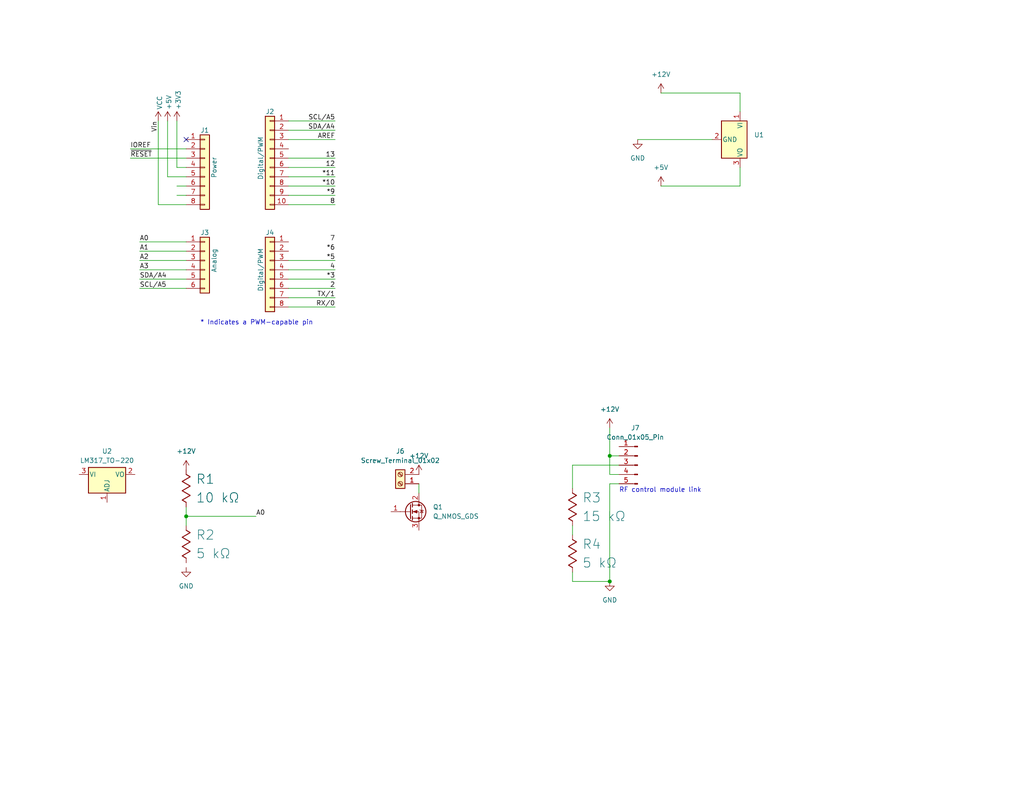
<source format=kicad_sch>
(kicad_sch (version 20230121) (generator eeschema)
  (paper "USLetter")
  (title_block (title "Windhsield Heater Controller") (date "2024-01-25") (rev "0") (company "ME692"))
  (lib_symbols
    (symbol "+5V_1" (power) (pin_names (offset 0))
      (property "Value" "+5V_1" (at 0 3.556 0))
      (symbol "+5V_1_0_1"
        (polyline (pts (xy -0.762 1.27) (xy 0 2.54)))
        (polyline (pts (xy 0 0) (xy 0 2.54)))
        (polyline (pts (xy 0 2.54) (xy 0.762 1.27)))
      )
      (symbol "+5V_1_1_1"
        (pin power_in line (at 0 0 90) (length 0) hide (name "+5V") (number "1"))
      )
    )
    (symbol "Connector:Conn_01x05_Pin" (pin_names (offset 1.016) hide)
      (property "Reference" "J" (at 0 7.62 0))
      (property "Value" "Conn_01x05_Pin" (at 0 -7.62 0))
      (symbol "Conn_01x05_Pin_1_1"
        (polyline (pts (xy 1.27 -5.08) (xy 0.8636 -5.08)) (stroke (width 0.1524)))
        (polyline (pts (xy 1.27 -2.54) (xy 0.8636 -2.54)) (stroke (width 0.1524)))
        (polyline (pts (xy 1.27 0) (xy 0.8636 0)) (stroke (width 0.1524)))
        (polyline (pts (xy 1.27 2.54) (xy 0.8636 2.54)) (stroke (width 0.1524)))
        (polyline (pts (xy 1.27 5.08) (xy 0.8636 5.08)) (stroke (width 0.1524)))
        (rectangle (start 0.8636 -4.953) (end 0 -5.207) (stroke (width 0.1524)) (fill (type outline)))
        (rectangle (start 0.8636 -2.413) (end 0 -2.667) (stroke (width 0.1524)) (fill (type outline)))
        (rectangle (start 0.8636 0.127) (end 0 -0.127) (stroke (width 0.1524)) (fill (type outline)))
        (rectangle (start 0.8636 2.667) (end 0 2.413) (stroke (width 0.1524)) (fill (type outline)))
        (rectangle (start 0.8636 5.207) (end 0 4.953) (stroke (width 0.1524)) (fill (type outline)))
        (pin passive line (at 5.08 5.08 180) (length 3.81) (name "Pin_1") (number "1"))
        (pin passive line (at 5.08 2.54 180) (length 3.81) (name "Pin_2") (number "2"))
        (pin passive line (at 5.08 0 180) (length 3.81) (name "Pin_3") (number "3"))
        (pin passive line (at 5.08 -2.54 180) (length 3.81) (name "Pin_4") (number "4"))
        (pin passive line (at 5.08 -5.08 180) (length 3.81) (name "Pin_5") (number "5"))
      )
    )
    (symbol "Connector:Screw_Terminal_01x02" (pin_names (offset 1.016) hide)
      (property "Reference" "J" (at 0 2.54 0))
      (property "Value" "Screw_Terminal_01x02" (at 0 -5.08 0))
      (symbol "Screw_Terminal_01x02_1_1"
        (rectangle (start -1.27 1.27) (end 1.27 -3.81) (stroke (width 0.254)) (fill (type background)))
        (circle (center 0 -2.54) (radius 0.635) (stroke (width 0.1524)))
        (polyline (pts (xy -0.5334 -2.2098) (xy 0.3302 -3.048)) (stroke (width 0.1524)))
        (polyline (pts (xy -0.5334 0.3302) (xy 0.3302 -0.508)) (stroke (width 0.1524)))
        (polyline (pts (xy -0.3556 -2.032) (xy 0.508 -2.8702)) (stroke (width 0.1524)))
        (polyline (pts (xy -0.3556 0.508) (xy 0.508 -0.3302)) (stroke (width 0.1524)))
        (circle (center 0 0) (radius 0.635) (stroke (width 0.1524)))
        (pin passive line (at -5.08 0 0) (length 3.81) (name "Pin_1") (number "1"))
        (pin passive line (at -5.08 -2.54 0) (length 3.81) (name "Pin_2") (number "2"))
      )
    )
    (symbol "Connector_Generic:Conn_01x06" (pin_names (offset 1.016) hide)
      (property "Reference" "J" (at 0 7.62 0))
      (property "Value" "Conn_01x06" (at 0 -10.16 0))
      (symbol "Conn_01x06_1_1"
        (rectangle (start -1.27 -7.493) (end 0 -7.747) (stroke (width 0.1524)))
        (rectangle (start -1.27 -4.953) (end 0 -5.207) (stroke (width 0.1524)))
        (rectangle (start -1.27 -2.413) (end 0 -2.667) (stroke (width 0.1524)))
        (rectangle (start -1.27 0.127) (end 0 -0.127) (stroke (width 0.1524)))
        (rectangle (start -1.27 2.667) (end 0 2.413) (stroke (width 0.1524)))
        (rectangle (start -1.27 5.207) (end 0 4.953) (stroke (width 0.1524)))
        (rectangle (start -1.27 6.35) (end 1.27 -8.89) (stroke (width 0.254)) (fill (type background)))
        (pin passive line (at -5.08 5.08 0) (length 3.81) (name "Pin_1") (number "1"))
        (pin passive line (at -5.08 2.54 0) (length 3.81) (name "Pin_2") (number "2"))
        (pin passive line (at -5.08 0 0) (length 3.81) (name "Pin_3") (number "3"))
        (pin passive line (at -5.08 -2.54 0) (length 3.81) (name "Pin_4") (number "4"))
        (pin passive line (at -5.08 -5.08 0) (length 3.81) (name "Pin_5") (number "5"))
        (pin passive line (at -5.08 -7.62 0) (length 3.81) (name "Pin_6") (number "6"))
      )
    )
    (symbol "Connector_Generic:Conn_01x08" (pin_names (offset 1.016) hide)
      (property "Reference" "J" (at 0 10.16 0))
      (property "Value" "Conn_01x08" (at 0 -12.7 0))
      (symbol "Conn_01x08_1_1"
        (rectangle (start -1.27 -10.033) (end 0 -10.287) (stroke (width 0.1524)))
        (rectangle (start -1.27 -7.493) (end 0 -7.747) (stroke (width 0.1524)))
        (rectangle (start -1.27 -4.953) (end 0 -5.207) (stroke (width 0.1524)))
        (rectangle (start -1.27 -2.413) (end 0 -2.667) (stroke (width 0.1524)))
        (rectangle (start -1.27 0.127) (end 0 -0.127) (stroke (width 0.1524)))
        (rectangle (start -1.27 2.667) (end 0 2.413) (stroke (width 0.1524)))
        (rectangle (start -1.27 5.207) (end 0 4.953) (stroke (width 0.1524)))
        (rectangle (start -1.27 7.747) (end 0 7.493) (stroke (width 0.1524)))
        (rectangle (start -1.27 8.89) (end 1.27 -11.43) (stroke (width 0.254)) (fill (type background)))
        (pin passive line (at -5.08 7.62 0) (length 3.81) (name "Pin_1") (number "1"))
        (pin passive line (at -5.08 5.08 0) (length 3.81) (name "Pin_2") (number "2"))
        (pin passive line (at -5.08 2.54 0) (length 3.81) (name "Pin_3") (number "3"))
        (pin passive line (at -5.08 0 0) (length 3.81) (name "Pin_4") (number "4"))
        (pin passive line (at -5.08 -2.54 0) (length 3.81) (name "Pin_5") (number "5"))
        (pin passive line (at -5.08 -5.08 0) (length 3.81) (name "Pin_6") (number "6"))
        (pin passive line (at -5.08 -7.62 0) (length 3.81) (name "Pin_7") (number "7"))
        (pin passive line (at -5.08 -10.16 0) (length 3.81) (name "Pin_8") (number "8"))
      )
    )
    (symbol "Connector_Generic:Conn_01x10" (pin_names (offset 1.016) hide)
      (property "Reference" "J" (at 0 12.7 0))
      (property "Value" "Conn_01x10" (at 0 -15.24 0))
      (symbol "Conn_01x10_1_1"
        (rectangle (start -1.27 -12.573) (end 0 -12.827) (stroke (width 0.1524)))
        (rectangle (start -1.27 -10.033) (end 0 -10.287) (stroke (width 0.1524)))
        (rectangle (start -1.27 -7.493) (end 0 -7.747) (stroke (width 0.1524)))
        (rectangle (start -1.27 -4.953) (end 0 -5.207) (stroke (width 0.1524)))
        (rectangle (start -1.27 -2.413) (end 0 -2.667) (stroke (width 0.1524)))
        (rectangle (start -1.27 0.127) (end 0 -0.127) (stroke (width 0.1524)))
        (rectangle (start -1.27 2.667) (end 0 2.413) (stroke (width 0.1524)))
        (rectangle (start -1.27 5.207) (end 0 4.953) (stroke (width 0.1524)))
        (rectangle (start -1.27 7.747) (end 0 7.493) (stroke (width 0.1524)))
        (rectangle (start -1.27 10.287) (end 0 10.033) (stroke (width 0.1524)))
        (rectangle (start -1.27 11.43) (end 1.27 -13.97) (stroke (width 0.254)) (fill (type background)))
        (pin passive line (at -5.08 10.16 0) (length 3.81) (name "Pin_1") (number "1"))
        (pin passive line (at -5.08 -12.7 0) (length 3.81) (name "Pin_10") (number "10"))
        (pin passive line (at -5.08 7.62 0) (length 3.81) (name "Pin_2") (number "2"))
        (pin passive line (at -5.08 5.08 0) (length 3.81) (name "Pin_3") (number "3"))
        (pin passive line (at -5.08 2.54 0) (length 3.81) (name "Pin_4") (number "4"))
        (pin passive line (at -5.08 0 0) (length 3.81) (name "Pin_5") (number "5"))
        (pin passive line (at -5.08 -2.54 0) (length 3.81) (name "Pin_6") (number "6"))
        (pin passive line (at -5.08 -5.08 0) (length 3.81) (name "Pin_7") (number "7"))
        (pin passive line (at -5.08 -7.62 0) (length 3.81) (name "Pin_8") (number "8"))
        (pin passive line (at -5.08 -10.16 0) (length 3.81) (name "Pin_9") (number "9"))
      )
    )
    (symbol "Device:Q_NMOS_GDS" (pin_names (offset 0) hide)
      (property "Reference" "Q" (at 5.08 1.27 0))
      (property "Value" "Q_NMOS_GDS" (at 5.08 -1.27 0))
      (symbol "Q_NMOS_GDS_0_1"
        (polyline (pts (xy 0.254 0) (xy -2.54 0)))
        (polyline (pts (xy 0.254 1.905) (xy 0.254 -1.905)) (stroke (width 0.254)))
        (polyline (pts (xy 0.762 -1.27) (xy 0.762 -2.286)) (stroke (width 0.254)))
        (polyline (pts (xy 0.762 0.508) (xy 0.762 -0.508)) (stroke (width 0.254)))
        (polyline (pts (xy 0.762 2.286) (xy 0.762 1.27)) (stroke (width 0.254)))
        (polyline (pts (xy 2.54 2.54) (xy 2.54 1.778)))
        (polyline (pts (xy 2.54 -2.54) (xy 2.54 0) (xy 0.762 0)))
        (polyline (pts (xy 0.762 -1.778) (xy 3.302 -1.778) (xy 3.302 1.778) (xy 0.762 1.778)))
        (polyline (pts (xy 1.016 0) (xy 2.032 0.381) (xy 2.032 -0.381) (xy 1.016 0)) (fill (type outline)))
        (polyline (pts (xy 2.794 0.508) (xy 2.921 0.381) (xy 3.683 0.381) (xy 3.81 0.254)))
        (polyline (pts (xy 3.302 0.381) (xy 2.921 -0.254) (xy 3.683 -0.254) (xy 3.302 0.381)))
        (circle (center 1.651 0) (radius 2.794) (stroke (width 0.254)))
        (circle (center 2.54 -1.778) (radius 0.254) (fill (type outline)))
        (circle (center 2.54 1.778) (radius 0.254) (fill (type outline)))
      )
      (symbol "Q_NMOS_GDS_1_1"
        (pin input line (at -5.08 0 0) (length 2.54) (name "G") (number "1"))
        (pin passive line (at 2.54 5.08 270) (length 2.54) (name "D") (number "2"))
        (pin passive line (at 2.54 -5.08 90) (length 2.54) (name "S") (number "3"))
      )
    )
    (symbol "GND_1" (power) (pin_names (offset 0))
      (property "Value" "GND_1" (at 0 -3.81 0))
      (symbol "GND_1_0_1"
        (polyline (pts (xy 0 0) (xy 0 -1.27) (xy 1.27 -1.27) (xy 0 -2.54) (xy -1.27 -1.27) (xy 0 -1.27)))
      )
      (symbol "GND_1_1_1"
        (pin power_in line (at 0 0 270) (length 0) hide (name "GND") (number "1"))
      )
    )
    (symbol "PCM_Generic:R,IEEE" (pin_numbers hide) (pin_names (offset 0) hide)
      (property "Reference" "R" (at 2.54 2.54 0))
      (property "Value" "R,IEEE" (at 2.54 -2.54 0))
      (symbol "R,IEEE_1_1"
        (polyline (pts (xy 0 3.81) (xy 1.0922 3.175) (xy -1.0922 1.905) (xy 1.0922 0.635) (xy -1.0922 -0.635) (xy 1.0922 -1.905) (xy -1.0922 -3.175) (xy 0 -3.81)) (stroke (width 0.254)))
        (pin passive line (at 0 5.08 270) (length 1.27) (name "+") (number "1"))
        (pin passive line (at 0 -5.08 90) (length 1.27) (name "-") (number "2"))
      )
    )
    (symbol "Regulator_Linear:LM317_TO-220" (pin_names (offset 0.254))
      (property "Reference" "U" (at -3.81 3.175 0))
      (property "Value" "LM317_TO-220" (at 0 3.175 0))
      (symbol "LM317_TO-220_0_1"
        (rectangle (start -5.08 1.905) (end 5.08 -5.08) (stroke (width 0.254)) (fill (type background)))
      )
      (symbol "LM317_TO-220_1_1"
        (pin input line (at 0 -7.62 90) (length 2.54) (name "ADJ") (number "1"))
        (pin power_out line (at 7.62 0 180) (length 2.54) (name "VO") (number "2"))
        (pin power_in line (at -7.62 0 0) (length 2.54) (name "VI") (number "3"))
      )
    )
    (symbol "Regulator_Linear:LM7805_TO220" (pin_names (offset 0.254))
      (property "Reference" "U" (at -3.81 3.175 0))
      (property "Value" "LM7805_TO220" (at 0 3.175 0))
      (symbol "LM7805_TO220_0_1"
        (rectangle (start -5.08 1.905) (end 5.08 -5.08) (stroke (width 0.254)) (fill (type background)))
      )
      (symbol "LM7805_TO220_1_1"
        (pin power_in line (at -7.62 0 0) (length 2.54) (name "VI") (number "1"))
        (pin power_in line (at 0 -7.62 90) (length 2.54) (name "GND") (number "2"))
        (pin power_out line (at 7.62 0 180) (length 2.54) (name "VO") (number "3"))
      )
    )
    (symbol "power:+12V" (power) (pin_names (offset 0))
      (property "Value" "+12V" (at 0 3.556 0))
      (symbol "+12V_0_1"
        (polyline (pts (xy -0.762 1.27) (xy 0 2.54)))
        (polyline (pts (xy 0 0) (xy 0 2.54)))
        (polyline (pts (xy 0 2.54) (xy 0.762 1.27)))
      )
      (symbol "+12V_1_1"
        (pin power_in line (at 0 0 90) (length 0) hide (name "+12V") (number "1"))
      )
    )
    (symbol "power:+3V3" (power) (pin_names (offset 0))
      (property "Value" "+3V3" (at 0 3.556 0))
      (symbol "+3V3_0_1"
        (polyline (pts (xy -0.762 1.27) (xy 0 2.54)))
        (polyline (pts (xy 0 0) (xy 0 2.54)))
        (polyline (pts (xy 0 2.54) (xy 0.762 1.27)))
      )
      (symbol "+3V3_1_1"
        (pin power_in line (at 0 0 90) (length 0) hide (name "+3V3") (number "1"))
      )
    )
    (symbol "power:+5V" (power) (pin_names (offset 0))
      (property "Value" "+5V" (at 0 3.556 0))
      (symbol "+5V_0_1"
        (polyline (pts (xy -0.762 1.27) (xy 0 2.54)))
        (polyline (pts (xy 0 0) (xy 0 2.54)))
        (polyline (pts (xy 0 2.54) (xy 0.762 1.27)))
      )
      (symbol "+5V_1_1"
        (pin power_in line (at 0 0 90) (length 0) hide (name "+5V") (number "1"))
      )
    )
    (symbol "power:GND" (power) (pin_names (offset 0))
      (property "Value" "GND" (at 0 -3.81 0))
      (symbol "GND_0_1"
        (polyline (pts (xy 0 0) (xy 0 -1.27) (xy 1.27 -1.27) (xy 0 -2.54) (xy -1.27 -1.27) (xy 0 -1.27)))
      )
      (symbol "GND_1_1"
        (pin power_in line (at 0 0 270) (length 0) hide (name "GND") (number "1"))
      )
    )
    (symbol "power:VCC" (power) (pin_names (offset 0))
      (property "Value" "VCC" (at 0 3.81 0))
      (symbol "VCC_0_1"
        (polyline (pts (xy -0.762 1.27) (xy 0 2.54)))
        (polyline (pts (xy 0 0) (xy 0 2.54)))
        (polyline (pts (xy 0 2.54) (xy 0.762 1.27)))
      )
      (symbol "VCC_1_1"
        (pin power_in line (at 0 0 90) (length 0) hide (name "VCC") (number "1"))
      )
    )
  )
  (junction (at 166.37 124.46))
  (junction (at 166.37 158.75))
  (junction (at 50.8 140.97))
  (no_connect (at 50.8 38.1))
  (wire (pts (xy 78.74 83.82) (xy 91.44 83.82)))
  (wire (pts (xy 173.99 38.1) (xy 194.31 38.1)))
  (wire (pts (xy 78.74 50.8) (xy 91.44 50.8)))
  (wire (pts (xy 38.1 73.66) (xy 50.8 73.66)))
  (wire (pts (xy 38.1 71.12) (xy 50.8 71.12)))
  (wire (pts (xy 78.74 33.02) (xy 91.44 33.02)))
  (wire (pts (xy 180.34 25.4) (xy 201.93 25.4)))
  (wire (pts (xy 38.1 68.58) (xy 50.8 68.58)))
  (wire (pts (xy 166.37 116.84) (xy 166.37 124.46)))
  (wire (pts (xy 38.1 78.74) (xy 50.8 78.74)))
  (wire (pts (xy 114.3 132.08) (xy 114.3 134.62)))
  (wire (pts (xy 48.26 45.72) (xy 50.8 45.72)))
  (wire (pts (xy 38.1 66.04) (xy 50.8 66.04)))
  (wire (pts (xy 45.72 48.26) (xy 50.8 48.26)))
  (wire (pts (xy 45.72 33.02) (xy 45.72 48.26)))
  (wire (pts (xy 78.74 43.18) (xy 91.44 43.18)))
  (wire (pts (xy 48.26 33.02) (xy 48.26 45.72)))
  (wire (pts (xy 201.93 25.4) (xy 201.93 30.48)))
  (wire (pts (xy 78.74 45.72) (xy 91.44 45.72)))
  (wire (pts (xy 156.21 143.51) (xy 156.21 146.05)))
  (wire (pts (xy 78.74 76.2) (xy 91.44 76.2)))
  (wire (pts (xy 50.8 138.43) (xy 50.8 140.97)))
  (wire (pts (xy 201.93 45.72) (xy 201.93 50.8)))
  (wire (pts (xy 78.74 53.34) (xy 91.44 53.34)))
  (wire (pts (xy 78.74 73.66) (xy 91.44 73.66)))
  (wire (pts (xy 35.56 40.64) (xy 50.8 40.64)))
  (wire (pts (xy 166.37 158.75) (xy 166.37 132.08)))
  (wire (pts (xy 50.8 140.97) (xy 69.85 140.97)))
  (wire (pts (xy 78.74 38.1) (xy 91.44 38.1)))
  (wire (pts (xy 180.34 50.8) (xy 201.93 50.8)))
  (wire (pts (xy 35.56 43.18) (xy 50.8 43.18)))
  (wire (pts (xy 50.8 53.34) (xy 48.26 53.34)))
  (wire (pts (xy 156.21 156.21) (xy 156.21 158.75)))
  (wire (pts (xy 50.8 55.88) (xy 43.18 55.88)))
  (wire (pts (xy 156.21 158.75) (xy 166.37 158.75)))
  (wire (pts (xy 156.21 127) (xy 168.91 127)))
  (wire (pts (xy 50.8 140.97) (xy 50.8 143.51)))
  (wire (pts (xy 166.37 129.54) (xy 166.37 124.46)))
  (wire (pts (xy 50.8 50.8) (xy 48.26 50.8)))
  (wire (pts (xy 78.74 48.26) (xy 91.44 48.26)))
  (wire (pts (xy 166.37 132.08) (xy 168.91 132.08)))
  (wire (pts (xy 78.74 71.12) (xy 91.44 71.12)))
  (wire (pts (xy 168.91 129.54) (xy 166.37 129.54)))
  (wire (pts (xy 78.74 35.56) (xy 91.44 35.56)))
  (wire (pts (xy 78.74 78.74) (xy 91.44 78.74)))
  (wire (pts (xy 78.74 81.28) (xy 91.44 81.28)))
  (wire (pts (xy 43.18 55.88) (xy 43.18 33.02)))
  (wire (pts (xy 156.21 133.35) (xy 156.21 127)))
  (wire (pts (xy 166.37 124.46) (xy 168.91 124.46)))
  (wire (pts (xy 50.8 76.2) (xy 38.1 76.2)))
  (wire (pts (xy 78.74 55.88) (xy 91.44 55.88)))
  (text "RF control module link" (at 168.91 134.62 0) (effects (font (size 1.27 1.27)) (justify left bottom)))
  (text "* Indicates a PWM-capable pin" (at 54.61 88.9 0) (effects (font (size 1.27 1.27)) (justify left bottom)))
  (label "RX{slash}0" (at 91.44 83.82 180))
  (label "A2" (at 38.1 71.12 0))
  (label "4" (at 91.44 73.66 180))
  (label "2" (at 91.44 78.74 180))
  (label "A3" (at 38.1 73.66 0))
  (label "13" (at 91.44 43.18 180))
  (label "12" (at 91.44 45.72 180))
  (label "~{RESET}" (at 35.56 43.18 0))
  (label "*10" (at 91.44 50.8 180))
  (label "7" (at 91.44 66.04 180))
  (label "SDA{slash}A4" (at 91.44 35.56 180))
  (label "8" (at 91.44 55.88 180))
  (label "*11" (at 91.44 48.26 180))
  (label "*3" (at 91.44 76.2 180))
  (label "A1" (at 38.1 68.58 0))
  (label "TX{slash}1" (at 91.44 81.28 180))
  (label "A0" (at 69.85 140.97 0))
  (label "A0" (at 38.1 66.04 0))
  (label "AREF" (at 91.44 38.1 180))
  (label "Vin" (at 43.18 33.02 270))
  (label "*6" (at 91.44 68.58 180))
  (label "SCL{slash}A5" (at 91.44 33.02 180))
  (label "*9" (at 91.44 53.34 180))
  (label "*5" (at 91.44 71.12 180))
  (label "IOREF" (at 35.56 40.64 0))
  (label "SDA{slash}A4" (at 38.1 76.2 0))
  (label "SCL{slash}A5" (at 38.1 78.74 0))
  (symbol (lib_id "Connector_Generic:Conn_01x08") (at 55.88 45.72 0) (unit 1)
    (property "Reference" "J1" (at 55.88 35.56 0))
    (property "Value" "Power" (at 58.42 45.72 90))
    (property "Footprint" "Connector_PinSocket_2.54mm:PinSocket_1x08_P2.54mm_Vertical" (effects hide))
  )
  (symbol (lib_id "power:+3V3") (at 48.26 33.02 0) (unit 1)
    (property "Reference" "#PWR03" (effects hide))
    (property "Value" "+3.3V" (at 48.641 29.972 90) (effects (justify left)))
  )
  (symbol (lib_id "power:+5V") (at 45.72 33.02 0) (unit 1)
    (property "Reference" "#PWR02" (effects hide))
    (property "Value" "+5V" (at 46.0756 29.972 90) (effects (justify left)))
  )
  (symbol (lib_id "Connector_Generic:Conn_01x10") (at 73.66 43.18 0) (mirror y) (unit 1)
    (property "Reference" "J2" (at 73.66 30.48 0))
    (property "Value" "Digital/PWM" (at 71.12 43.18 90))
    (property "Footprint" "Connector_PinSocket_2.54mm:PinSocket_1x10_P2.54mm_Vertical" (effects hide))
  )
  (symbol (lib_id "Connector_Generic:Conn_01x06") (at 55.88 71.12 0) (unit 1)
    (property "Reference" "J3" (at 55.88 63.5 0))
    (property "Value" "Analog" (at 58.42 71.12 90))
    (property "Footprint" "Connector_PinSocket_2.54mm:PinSocket_1x06_P2.54mm_Vertical" (effects hide))
  )
  (symbol (lib_id "Connector_Generic:Conn_01x08") (at 73.66 73.66 0) (mirror y) (unit 1)
    (property "Reference" "J4" (at 73.66 63.5 0))
    (property "Value" "Digital/PWM" (at 71.12 73.66 90))
    (property "Footprint" "Connector_PinSocket_2.54mm:PinSocket_1x08_P2.54mm_Vertical" (effects hide))
  )
  (symbol (lib_id "PCM_Generic:R,IEEE") (at 50.8 148.59 0) (unit 1)
    (property "Reference" "R2" (at 53.34 146.0499 0) (effects (font (size 2.54 2.54)) (justify left)))
    (property "Value" "5 kΩ" (at 53.34 151.1299 0) (effects (font (size 2.54 2.54)) (justify left)))
    (property "Footprint" "Resistor_THT:R_Axial_DIN0207_L6.3mm_D2.5mm_P10.16mm_Horizontal" (effects hide))
    (property "Indicator" "+" (effects hide))
  )
  (symbol (lib_id "PCM_Generic:R,IEEE") (at 156.21 138.43 0) (unit 1)
    (property "Reference" "R3" (at 158.75 135.8899 0) (effects (font (size 2.54 2.54)) (justify left)))
    (property "Value" "15 kΩ" (at 158.75 140.9699 0) (effects (font (size 2.54 2.54)) (justify left)))
    (property "Footprint" "Resistor_THT:R_Axial_DIN0207_L6.3mm_D2.5mm_P10.16mm_Horizontal" (effects hide))
    (property "Indicator" "+" (effects hide))
  )
  (symbol (lib_id "power:GND") (at 166.37 158.75 0) (unit 1)
    (property "Reference" "#PWR011" (effects hide))
    (property "Value" "GND" (at 166.37 163.83 0))
  )
  (symbol (lib_name "GND_1") (lib_id "power:GND") (at 173.99 38.1 0) (unit 1)
    (property "Reference" "#PWR04" (effects hide))
    (property "Value" "GND" (at 173.99 43.18 0))
  )
  (symbol (lib_id "power:+12V") (at 114.3 129.54 0) (unit 1)
    (property "Reference" "#PWR09" (effects hide))
    (property "Value" "+12V" (at 114.3 124.46 0))
  )
  (symbol (lib_id "Connector:Screw_Terminal_01x02") (at 109.22 132.08 180) (unit 1)
    (property "Reference" "J6" (at 109.22 123.19 0))
    (property "Value" "Screw_Terminal_01x02" (at 109.22 125.73 0))
    (property "Footprint" "Connector_PinHeader_2.54mm:PinHeader_1x02_P2.54mm_Vertical" (effects hide))
  )
  (symbol (lib_id "power:VCC") (at 43.18 33.02 0) (unit 1)
    (property "Reference" "#PWR01" (effects hide))
    (property "Value" "VCC" (at 43.561 29.972 90) (effects (justify left)))
  )
  (symbol (lib_name "+5V_1") (lib_id "power:+5V") (at 180.34 50.8 0) (unit 1)
    (property "Reference" "#PWR08" (effects hide))
    (property "Value" "+5V" (at 180.34 45.72 0))
  )
  (symbol (lib_id "power:+12V") (at 166.37 116.84 0) (unit 1)
    (property "Reference" "#PWR010" (effects hide))
    (property "Value" "+12V" (at 166.37 111.76 0))
  )
  (symbol (lib_id "Regulator_Linear:LM7805_TO220") (at 201.93 38.1 270) (unit 1)
    (property "Reference" "U1" (at 205.74 36.83 90) (effects (justify left)))
    (property "Value" "LM7805_TO220" (effects hide))
    (property "Footprint" "Package_TO_SOT_THT:TO-220-3_Vertical" (effects hide))
    (property "Datasheet" "https://www.onsemi.cn/PowerSolutions/document/MC7800-D.PDF" (effects hide))
  )
  (symbol (lib_id "Connector:Conn_01x05_Pin") (at 173.99 127 0) (mirror y) (unit 1)
    (property "Reference" "J7" (at 173.355 116.84 0))
    (property "Value" "Conn_01x05_Pin" (at 173.355 119.38 0))
    (property "Footprint" "Connector_PinHeader_2.54mm:PinHeader_1x05_P2.54mm_Vertical" (effects hide))
  )
  (symbol (lib_id "PCM_Generic:R,IEEE") (at 50.8 133.35 0) (unit 1)
    (property "Reference" "R1" (at 53.34 130.8099 0) (effects (font (size 2.54 2.54)) (justify left)))
    (property "Value" "10 kΩ" (at 53.34 135.8899 0) (effects (font (size 2.54 2.54)) (justify left)))
    (property "Footprint" "Resistor_THT:R_Axial_DIN0207_L6.3mm_D2.5mm_P10.16mm_Horizontal" (effects hide))
    (property "Indicator" "+" (effects hide))
  )
  (symbol (lib_id "PCM_Generic:R,IEEE") (at 156.21 151.13 0) (unit 1)
    (property "Reference" "R4" (at 158.75 148.5899 0) (effects (font (size 2.54 2.54)) (justify left)))
    (property "Value" "5 kΩ" (at 158.75 153.6699 0) (effects (font (size 2.54 2.54)) (justify left)))
    (property "Footprint" "Resistor_THT:R_Axial_DIN0207_L6.3mm_D2.5mm_P10.16mm_Horizontal" (effects hide))
    (property "Indicator" "+" (effects hide))
  )
  (symbol (lib_id "power:+12V") (at 180.34 25.4 0) (unit 1)
    (property "Reference" "#PWR05" (effects hide))
    (property "Value" "+12V" (at 180.34 20.32 0))
  )
  (symbol (lib_id "Regulator_Linear:LM317_TO-220") (at 29.21 129.54 0) (unit 1)
    (property "Reference" "U2" (at 29.21 123.19 0))
    (property "Value" "LM317_TO-220" (at 29.21 125.73 0))
    (property "Footprint" "Package_TO_SOT_THT:TO-220-3_Vertical" (effects hide))
    (property "Datasheet" "http://www.ti.com/lit/ds/symlink/lm317.pdf" (effects hide))
  )
  (symbol (lib_id "Device:Q_NMOS_GDS") (at 111.76 139.7 0) (unit 1)
    (property "Reference" "Q1" (at 118.11 138.43 0) (effects (justify left)))
    (property "Value" "Q_NMOS_GDS" (at 118.11 140.97 0) (effects (justify left)))
    (property "Footprint" "Package_TO_SOT_THT:TO-220-3_Vertical" (effects hide))
    (property "Datasheet" "https://4donline.ihs.com/images/VipMasterIC/IC/NEXP/NEXP-S-A0003060256/NEXP-S-A0003059732-1.pdf?hkey=6D3A4C79FDBF58556ACFDE234799DDF0" (effects hide))
    (property "Catalog No" "74AH1189 " (effects hide))
    (property "Vendor" "Newark" (effects hide))
  )
  (symbol (lib_name "GND_1") (lib_id "power:GND") (at 50.8 154.94 0) (unit 1)
    (property "Reference" "#PWR07" (effects hide))
    (property "Value" "GND" (at 50.8 160.02 0))
  )
  (symbol (lib_id "power:+12V") (at 50.8 128.27 0) (unit 1)
    (property "Reference" "#PWR06" (effects hide))
    (property "Value" "+12V" (at 50.8 123.19 0))
  )
)
</source>
